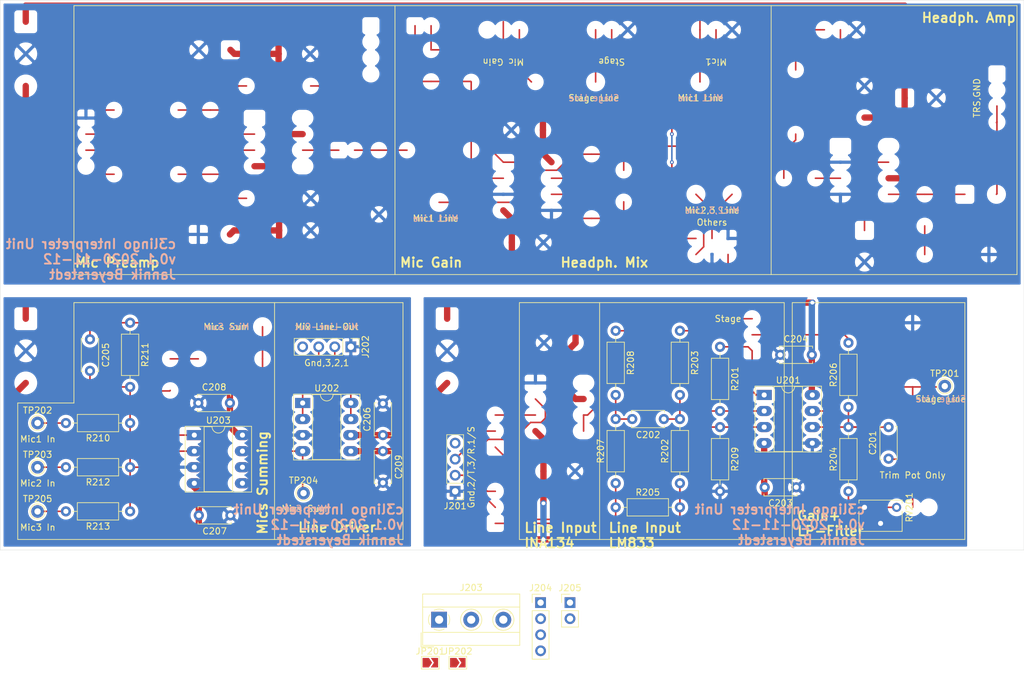
<source format=kicad_pcb>
(kicad_pcb (version 20171130) (host pcbnew "(5.1.10-1-10_14)")
  (title_block (title "c3lingo interpeter unit") (date 2020-12-07) (rev v0.2) (company "Jannik Beyerstedt") (comment 1 "Protoyping Modules Rev2"))
  (layers (0 F.Cu signal) (31 B.Cu signal) (34 B.Paste user) (35 F.Paste user) (36 B.SilkS user) (37 F.SilkS user) (38 B.Mask user) (39 F.Mask user) (44 Edge.Cuts user))
  (net 0 "")
  (net 1 -15V)
  (net 2 "Net-(C3-Pad2)")
  (net 3 "Net-(C3-Pad1)")
  (net 4 +15V)
  (net 5 "Net-(C6-Pad2)")
  (net 6 "Net-(C6-Pad1)")
  (net 7 "Net-(C7-Pad1)")
  (net 8 "Net-(C13-Pad1)")
  (net 9 Stage)
  (net 10 "Net-(J2-Pad3)")
  (net 11 "Net-(J2-Pad2)")
  (net 12 "Net-(JP1-Pad3)")
  (net 13 "Net-(JP2-Pad3)")
  (net 14 "Net-(JP3-Pad3)")
  (net 15 "Net-(R1-Pad1)")
  (net 16 "Net-(R10-Pad1)")
  (net 17 "Net-(R19-Pad1)")
  (net 18 "Net-(R26-Pad1)")
  (net 19 "Net-(C23-Pad1)")
  (net 20 "Net-(C24-Pad1)")
  (net 21 "Net-(C25-Pad2)")
  (net 22 "Net-(C26-Pad2)")
  (net 23 "Net-(R24-Pad2)")
  (net 24 "Net-(RV15-Pad6)")
  (net 25 "Net-(RV15-Pad3)")
  (net 26 "Net-(C7-Pad2)")
  (net 27 GND)
  (net 28 /StageSignal)
  (net 29 "Net-(C201-Pad2)")
  (net 30 "Net-(C202-Pad2)")
  (net 31 "Net-(C202-Pad1)")
  (net 32 "Net-(C205-Pad2)")
  (net 33 "Net-(C205-Pad1)")
  (net 34 "Net-(J201-Pad3)")
  (net 35 "Net-(J201-Pad2)")
  (net 36 GNDREF)
  (net 37 "Net-(J202-Pad2)")
  (net 38 "Net-(J202-Pad3)")
  (net 39 /Mix_Ch3)
  (net 40 /Mix_Ch2)
  (net 41 /Mix_Ch1)
  (net 42 "Net-(R201-Pad2)")
  (net 43 "Net-(R201-Pad1)")
  (net 44 "Net-(R204-Pad1)")
  (net 45 "Net-(R208-Pad1)")
  (module Jumper:SolderJumper-2_P1.3mm_Open_TrianglePad1.0x1.5mm (layer F.Cu) (at 87.415 119.83)
    (fp_text reference JP202 (at 0 -1.8) (layer F.SilkS))
    (fp_text value GND_JMP)
    (pad 1 smd custom (at -0.725 0) (size 0.3 0.3) (layers F.Cu F.Mask) (net 36 GNDREF) (options (clearance outline) (anchor rect)) (primitives (gr_poly (pts (xy -0.5 -0.75) (xy 0.5 -0.75) (xy 1 0) (xy 0.5 0.75) (xy -0.5 0.75)) (width 0))))
    (pad 2 smd custom (at 0.725 0) (size 0.3 0.3) (layers F.Cu F.Mask) (net 27 GND) (options (clearance outline) (anchor rect)) (primitives (gr_poly (pts (xy -0.65 -0.75) (xy 0.5 -0.75) (xy 0.5 0.75) (xy -0.65 0.75) (xy -0.15 0)) (width 0))))
  )
  (module Jumper:SolderJumper-2_P1.3mm_Open_TrianglePad1.0x1.5mm (layer F.Cu) (at 83.065 119.83)
    (fp_text reference JP201 (at 0 -1.8) (layer F.SilkS))
    (fp_text value GND_JMP)
    (pad 1 smd custom (at -0.725 0) (size 0.3 0.3) (layers F.Cu F.Mask) (net 36 GNDREF) (options (clearance outline) (anchor rect)) (primitives (gr_poly (pts (xy -0.5 -0.75) (xy 0.5 -0.75) (xy 1 0) (xy 0.5 0.75) (xy -0.5 0.75)) (width 0))))
    (pad 2 smd custom (at 0.725 0) (size 0.3 0.3) (layers F.Cu F.Mask) (net 27 GND) (options (clearance outline) (anchor rect)) (primitives (gr_poly (pts (xy -0.65 -0.75) (xy 0.5 -0.75) (xy 0.5 0.75) (xy -0.65 0.75) (xy -0.15 0)) (width 0))))
  )
  (module Connector_PinHeader_2.54mm:PinHeader_1x02_P2.54mm_Vertical (layer F.Cu) (at 105.165 110.33)
    (fp_text reference J205 (at 0 -2.33) (layer F.SilkS))
    (fp_text value Output)
    (pad 2 thru_hole oval (at 0 2.54) (size 1.7 1.7) (drill 1) (layers *.Cu *.Mask) (net 28 /StageSignal))
    (pad 1 thru_hole rect (at 0 0) (size 1.7 1.7) (drill 1) (layers *.Cu *.Mask) (net 27 GND))
  )
  (module Connector_PinHeader_2.54mm:PinHeader_1x04_P2.54mm_Vertical (layer F.Cu) (at 100.515 110.33)
    (fp_text reference J204 (at 0 -2.33) (layer F.SilkS))
    (fp_text value Inputs)
    (pad 4 thru_hole oval (at 0 7.62) (size 1.7 1.7) (drill 1) (layers *.Cu *.Mask) (net 39 /Mix_Ch3))
    (pad 3 thru_hole oval (at 0 5.08) (size 1.7 1.7) (drill 1) (layers *.Cu *.Mask) (net 40 /Mix_Ch2))
    (pad 2 thru_hole oval (at 0 2.54) (size 1.7 1.7) (drill 1) (layers *.Cu *.Mask) (net 41 /Mix_Ch1))
    (pad 1 thru_hole rect (at 0 0) (size 1.7 1.7) (drill 1) (layers *.Cu *.Mask) (net 27 GND))
  )
  (module TerminalBlock_MetzConnect:TerminalBlock_MetzConnect_Type101_RT01603HBWC_1x03_P5.08mm_Horizontal (layer F.Cu) (at 84.455 113.03)
    (fp_text reference J203 (at 5.08 -5.06) (layer F.SilkS))
    (fp_text value PowerSupply)
    (pad 3 thru_hole circle (at 10.16 0) (size 2.5 2.5) (drill 1.3) (layers *.Cu *.Mask) (net 1 -15V))
    (pad 2 thru_hole circle (at 5.08 0) (size 2.5 2.5) (drill 1.3) (layers *.Cu *.Mask) (net 4 +15V))
    (pad 1 thru_hole rect (at 0 0) (size 2.5 2.5) (drill 1.3) (layers *.Cu *.Mask) (net 27 GND))
  )
  (module Package_DIP:DIP-8_W7.62mm_Socket_LongPads (layer F.Cu) (at 45.72 83.82)
    (fp_text reference U203 (at 3.81 -2.33) (layer F.SilkS))
    (fp_text value LM833N)
    (pad 8 thru_hole oval (at 7.62 0) (size 2.4 1.6) (drill 0.8) (layers *.Cu *.Mask) (net 4 +15V))
    (pad 4 thru_hole oval (at 0 7.62) (size 2.4 1.6) (drill 0.8) (layers *.Cu *.Mask) (net 1 -15V))
    (pad 7 thru_hole oval (at 7.62 2.54) (size 2.4 1.6) (drill 0.8) (layers *.Cu *.Mask))
    (pad 3 thru_hole oval (at 0 5.08) (size 2.4 1.6) (drill 0.8) (layers *.Cu *.Mask) (net 27 GND))
    (pad 6 thru_hole oval (at 7.62 5.08) (size 2.4 1.6) (drill 0.8) (layers *.Cu *.Mask))
    (pad 2 thru_hole oval (at 0 2.54) (size 2.4 1.6) (drill 0.8) (layers *.Cu *.Mask) (net 32 "Net-(C205-Pad2)"))
    (pad 5 thru_hole oval (at 7.62 7.62) (size 2.4 1.6) (drill 0.8) (layers *.Cu *.Mask))
    (pad 1 thru_hole rect (at 0 0) (size 2.4 1.6) (drill 0.8) (layers *.Cu *.Mask) (net 33 "Net-(C205-Pad1)"))
  )
  (module Potentiometer_THT:Potentiometer_Vishay_T73XX_Horizontal (layer F.Cu) (at 156.845 95.25 270)
    (fp_text reference RV201 (at 0 -2.01 90) (layer F.SilkS))
    (fp_text value 100K)
    (pad 1 thru_hole circle (at 0 0 270) (size 1.44 1.44) (drill 0.8) (layers *.Cu *.Mask) (net 44 "Net-(R204-Pad1)"))
    (pad 2 thru_hole circle (at 2.54 2.54 270) (size 1.44 1.44) (drill 0.8) (layers *.Cu *.Mask) (net 28 /StageSignal))
    (pad 3 thru_hole circle (at 0 5.08 270) (size 1.44 1.44) (drill 0.8) (layers *.Cu *.Mask))
  )
  (module Resistor_THT:R_Axial_DIN0207_L6.3mm_D2.5mm_P10.16mm_Horizontal (layer F.Cu) (at 112.395 91.44 90)
    (fp_text reference R207 (at 5.08 -2.37 90) (layer F.SilkS))
    (fp_text value 10K)
    (pad 2 thru_hole oval (at 10.16 0 90) (size 1.6 1.6) (drill 0.8) (layers *.Cu *.Mask) (net 30 "Net-(C202-Pad2)"))
    (pad 1 thru_hole circle (at 0 0 90) (size 1.6 1.6) (drill 0.8) (layers *.Cu *.Mask) (net 34 "Net-(J201-Pad3)"))
  )
  (module Resistor_THT:R_Axial_DIN0207_L6.3mm_D2.5mm_P10.16mm_Horizontal (layer F.Cu) (at 112.395 95.25)
    (fp_text reference R205 (at 5.08 -2.37) (layer F.SilkS))
    (fp_text value 3.3K)
    (pad 2 thru_hole oval (at 10.16 0) (size 1.6 1.6) (drill 0.8) (layers *.Cu *.Mask) (net 35 "Net-(J201-Pad2)"))
    (pad 1 thru_hole circle (at 0 0) (size 1.6 1.6) (drill 0.8) (layers *.Cu *.Mask) (net 34 "Net-(J201-Pad3)"))
  )
  (module Resistor_THT:R_Axial_DIN0207_L6.3mm_D2.5mm_P10.16mm_Horizontal (layer F.Cu) (at 122.555 91.44 90)
    (fp_text reference R202 (at 5.08 -2.37 90) (layer F.SilkS))
    (fp_text value 10K)
    (pad 2 thru_hole oval (at 10.16 0 90) (size 1.6 1.6) (drill 0.8) (layers *.Cu *.Mask) (net 31 "Net-(C202-Pad1)"))
    (pad 1 thru_hole circle (at 0 0 90) (size 1.6 1.6) (drill 0.8) (layers *.Cu *.Mask) (net 35 "Net-(J201-Pad2)"))
  )
  (module Capacitor_THT:C_Disc_D5.0mm_W2.5mm_P5.00mm (layer F.Cu) (at 120.015 81.28 180)
    (fp_text reference C202 (at 2.5 -2.5) (layer F.SilkS))
    (fp_text value 220pF)
    (pad 2 thru_hole circle (at 5 0 180) (size 1.6 1.6) (drill 0.8) (layers *.Cu *.Mask) (net 30 "Net-(C202-Pad2)"))
    (pad 1 thru_hole circle (at 0 0 180) (size 1.6 1.6) (drill 0.8) (layers *.Cu *.Mask) (net 31 "Net-(C202-Pad1)"))
  )
  (module TestPoint:TestPoint_THTPad_D2.0mm_Drill1.0mm (layer F.Cu) (at 20.92 95.905)
    (fp_text reference TP205 (at 0 -1.998) (layer F.SilkS))
    (fp_text value Mic3)
    (pad 1 thru_hole circle (at 0 0) (size 2 2) (drill 1) (layers *.Cu *.Mask) (net 39 /Mix_Ch3))
  )
  (module TestPoint:TestPoint_THTPad_D2.0mm_Drill1.0mm (layer F.Cu) (at 20.92 88.905)
    (fp_text reference TP203 (at 0 -1.998) (layer F.SilkS))
    (fp_text value Mic2)
    (pad 1 thru_hole circle (at 0 0) (size 2 2) (drill 1) (layers *.Cu *.Mask) (net 40 /Mix_Ch2))
  )
  (module TestPoint:TestPoint_THTPad_D2.0mm_Drill1.0mm (layer F.Cu) (at 20.92 81.905)
    (fp_text reference TP202 (at 0 -1.998) (layer F.SilkS))
    (fp_text value Mic1)
    (pad 1 thru_hole circle (at 0 0) (size 2 2) (drill 1) (layers *.Cu *.Mask) (net 41 /Mix_Ch1))
  )
  (module TestPoint:TestPoint_THTPad_D2.0mm_Drill1.0mm (layer F.Cu) (at 164.465 76.07)
    (fp_text reference TP201 (at 0 -1.998) (layer F.SilkS))
    (fp_text value Stage)
    (pad 1 thru_hole circle (at 0 0) (size 2 2) (drill 1) (layers *.Cu *.Mask) (net 28 /StageSignal))
  )
  (module TestPoint:TestPoint_THTPad_D2.0mm_Drill1.0mm (layer F.Cu) (at 63 93)
    (fp_text reference TP204 (at 0 -1.998) (layer F.SilkS))
    (fp_text value MicSum)
    (pad 1 thru_hole circle (at 0 0) (size 2 2) (drill 1) (layers *.Cu *.Mask) (net 33 "Net-(C205-Pad1)"))
  )
  (module Capacitor_THT:C_Disc_D5.0mm_W2.5mm_P5.00mm (layer F.Cu) (at 29.21 68.66 270)
    (fp_text reference C205 (at 2.5 -2.5 90) (layer F.SilkS))
    (fp_text value 22pF)
    (pad 2 thru_hole circle (at 5 0 270) (size 1.6 1.6) (drill 0.8) (layers *.Cu *.Mask) (net 32 "Net-(C205-Pad2)"))
    (pad 1 thru_hole circle (at 0 0 270) (size 1.6 1.6) (drill 0.8) (layers *.Cu *.Mask) (net 33 "Net-(C205-Pad1)"))
  )
  (module Capacitor_THT:C_Disc_D5.0mm_W2.5mm_P5.00mm (layer F.Cu) (at 51.435 96.52 180)
    (fp_text reference C207 (at 2.5 -2.5) (layer F.SilkS))
    (fp_text value 100nF)
    (pad 2 thru_hole circle (at 5 0 180) (size 1.6 1.6) (drill 0.8) (layers *.Cu *.Mask) (net 1 -15V))
    (pad 1 thru_hole circle (at 0 0 180) (size 1.6 1.6) (drill 0.8) (layers *.Cu *.Mask) (net 27 GND))
  )
  (module Capacitor_THT:C_Disc_D5.0mm_W2.5mm_P5.00mm (layer F.Cu) (at 46.355 78.74)
    (fp_text reference C208 (at 2.5 -2.5) (layer F.SilkS))
    (fp_text value 100nF)
    (pad 2 thru_hole circle (at 5 0) (size 1.6 1.6) (drill 0.8) (layers *.Cu *.Mask) (net 4 +15V))
    (pad 1 thru_hole circle (at 0 0) (size 1.6 1.6) (drill 0.8) (layers *.Cu *.Mask) (net 27 GND))
  )
  (module Capacitor_THT:C_Disc_D5.0mm_W2.5mm_P5.00mm (layer F.Cu) (at 155.575 87.55 90)
    (fp_text reference C201 (at 2.5 -2.5 90) (layer F.SilkS))
    (fp_text value 47pF)
    (pad 1 thru_hole circle (at 0 0 90) (size 1.6 1.6) (drill 0.8) (layers *.Cu *.Mask) (net 28 /StageSignal))
    (pad 2 thru_hole circle (at 5 0 90) (size 1.6 1.6) (drill 0.8) (layers *.Cu *.Mask) (net 29 "Net-(C201-Pad2)"))
  )
  (module Capacitor_THT:C_Disc_D5.0mm_W2.5mm_P5.00mm (layer F.Cu) (at 140.97 92.075 180)
    (fp_text reference C203 (at 2.5 -2.5) (layer F.SilkS))
    (fp_text value 100nF)
    (pad 2 thru_hole circle (at 5 0 180) (size 1.6 1.6) (drill 0.8) (layers *.Cu *.Mask) (net 1 -15V))
    (pad 1 thru_hole circle (at 0 0 180) (size 1.6 1.6) (drill 0.8) (layers *.Cu *.Mask) (net 27 GND))
  )
  (module Capacitor_THT:C_Disc_D5.0mm_W2.5mm_P5.00mm (layer F.Cu) (at 138.43 71.12)
    (fp_text reference C204 (at 2.5 -2.5) (layer F.SilkS))
    (fp_text value 100nF)
    (pad 1 thru_hole circle (at 0 0) (size 1.6 1.6) (drill 0.8) (layers *.Cu *.Mask) (net 27 GND))
    (pad 2 thru_hole circle (at 5 0) (size 1.6 1.6) (drill 0.8) (layers *.Cu *.Mask) (net 4 +15V))
  )
  (module Capacitor_THT:C_Disc_D5.0mm_W2.5mm_P5.00mm (layer F.Cu) (at 75.565 83.82 90)
    (fp_text reference C206 (at 2.5 -2.5 90) (layer F.SilkS))
    (fp_text value 1uF)
    (pad 1 thru_hole circle (at 0 0 90) (size 1.6 1.6) (drill 0.8) (layers *.Cu *.Mask) (net 4 +15V))
    (pad 2 thru_hole circle (at 5 0 90) (size 1.6 1.6) (drill 0.8) (layers *.Cu *.Mask) (net 27 GND))
  )
  (module Capacitor_THT:C_Disc_D5.0mm_W2.5mm_P5.00mm (layer F.Cu) (at 75.565 86.36 270)
    (fp_text reference C209 (at 2.5 -2.5 90) (layer F.SilkS))
    (fp_text value 1uF)
    (pad 2 thru_hole circle (at 5 0 270) (size 1.6 1.6) (drill 0.8) (layers *.Cu *.Mask) (net 27 GND))
    (pad 1 thru_hole circle (at 0 0 270) (size 1.6 1.6) (drill 0.8) (layers *.Cu *.Mask) (net 1 -15V))
  )
  (module Resistor_THT:R_Axial_DIN0207_L6.3mm_D2.5mm_P10.16mm_Horizontal (layer F.Cu) (at 35.56 81.915 180)
    (fp_text reference R210 (at 5.08 -2.37) (layer F.SilkS))
    (fp_text value 22K)
    (pad 2 thru_hole oval (at 10.16 0 180) (size 1.6 1.6) (drill 0.8) (layers *.Cu *.Mask) (net 41 /Mix_Ch1))
    (pad 1 thru_hole circle (at 0 0 180) (size 1.6 1.6) (drill 0.8) (layers *.Cu *.Mask) (net 32 "Net-(C205-Pad2)"))
  )
  (module Resistor_THT:R_Axial_DIN0207_L6.3mm_D2.5mm_P10.16mm_Horizontal (layer F.Cu) (at 35.56 66.04 270)
    (fp_text reference R211 (at 5.08 -2.37 90) (layer F.SilkS))
    (fp_text value 22K)
    (pad 1 thru_hole circle (at 0 0 270) (size 1.6 1.6) (drill 0.8) (layers *.Cu *.Mask) (net 33 "Net-(C205-Pad1)"))
    (pad 2 thru_hole oval (at 10.16 0 270) (size 1.6 1.6) (drill 0.8) (layers *.Cu *.Mask) (net 32 "Net-(C205-Pad2)"))
  )
  (module Resistor_THT:R_Axial_DIN0207_L6.3mm_D2.5mm_P10.16mm_Horizontal (layer F.Cu) (at 35.56 88.9 180)
    (fp_text reference R212 (at 5.08 -2.37) (layer F.SilkS))
    (fp_text value 22K)
    (pad 2 thru_hole oval (at 10.16 0 180) (size 1.6 1.6) (drill 0.8) (layers *.Cu *.Mask) (net 40 /Mix_Ch2))
    (pad 1 thru_hole circle (at 0 0 180) (size 1.6 1.6) (drill 0.8) (layers *.Cu *.Mask) (net 32 "Net-(C205-Pad2)"))
  )
  (module Resistor_THT:R_Axial_DIN0207_L6.3mm_D2.5mm_P10.16mm_Horizontal (layer F.Cu) (at 35.56 95.885 180)
    (fp_text reference R213 (at 5.08 -2.37) (layer F.SilkS))
    (fp_text value 22K)
    (pad 2 thru_hole oval (at 10.16 0 180) (size 1.6 1.6) (drill 0.8) (layers *.Cu *.Mask) (net 39 /Mix_Ch3))
    (pad 1 thru_hole circle (at 0 0 180) (size 1.6 1.6) (drill 0.8) (layers *.Cu *.Mask) (net 32 "Net-(C205-Pad2)"))
  )
  (module Resistor_THT:R_Axial_DIN0207_L6.3mm_D2.5mm_P10.16mm_Horizontal (layer F.Cu) (at 128.905 69.85 270)
    (fp_text reference R201 (at 5.08 -2.37 90) (layer F.SilkS))
    (fp_text value 10K)
    (pad 2 thru_hole oval (at 10.16 0 270) (size 1.6 1.6) (drill 0.8) (layers *.Cu *.Mask) (net 42 "Net-(R201-Pad2)"))
    (pad 1 thru_hole circle (at 0 0 270) (size 1.6 1.6) (drill 0.8) (layers *.Cu *.Mask) (net 43 "Net-(R201-Pad1)"))
  )
  (module Resistor_THT:R_Axial_DIN0207_L6.3mm_D2.5mm_P10.16mm_Horizontal (layer F.Cu) (at 122.555 67.31 270)
    (fp_text reference R203 (at 5.08 -2.37 90) (layer F.SilkS))
    (fp_text value 10K)
    (pad 2 thru_hole oval (at 10.16 0 270) (size 1.6 1.6) (drill 0.8) (layers *.Cu *.Mask) (net 31 "Net-(C202-Pad1)"))
    (pad 1 thru_hole circle (at 0 0 270) (size 1.6 1.6) (drill 0.8) (layers *.Cu *.Mask) (net 42 "Net-(R201-Pad2)"))
  )
  (module Resistor_THT:R_Axial_DIN0207_L6.3mm_D2.5mm_P10.16mm_Horizontal (layer F.Cu) (at 149.225 92.71 90)
    (fp_text reference R204 (at 5.08 -2.37 90) (layer F.SilkS))
    (fp_text value 22K)
    (pad 2 thru_hole oval (at 10.16 0 90) (size 1.6 1.6) (drill 0.8) (layers *.Cu *.Mask) (net 29 "Net-(C201-Pad2)"))
    (pad 1 thru_hole circle (at 0 0 90) (size 1.6 1.6) (drill 0.8) (layers *.Cu *.Mask) (net 44 "Net-(R204-Pad1)"))
  )
  (module Resistor_THT:R_Axial_DIN0207_L6.3mm_D2.5mm_P10.16mm_Horizontal (layer F.Cu) (at 149.225 79.375 90)
    (fp_text reference R206 (at 5.08 -2.37 90) (layer F.SilkS))
    (fp_text value 47K)
    (pad 1 thru_hole circle (at 0 0 90) (size 1.6 1.6) (drill 0.8) (layers *.Cu *.Mask) (net 29 "Net-(C201-Pad2)"))
    (pad 2 thru_hole oval (at 10.16 0 90) (size 1.6 1.6) (drill 0.8) (layers *.Cu *.Mask) (net 43 "Net-(R201-Pad1)"))
  )
  (module Resistor_THT:R_Axial_DIN0207_L6.3mm_D2.5mm_P10.16mm_Horizontal (layer F.Cu) (at 112.395 67.31 270)
    (fp_text reference R208 (at 5.08 -2.37 90) (layer F.SilkS))
    (fp_text value 10K)
    (pad 1 thru_hole circle (at 0 0 270) (size 1.6 1.6) (drill 0.8) (layers *.Cu *.Mask) (net 45 "Net-(R208-Pad1)"))
    (pad 2 thru_hole oval (at 10.16 0 270) (size 1.6 1.6) (drill 0.8) (layers *.Cu *.Mask) (net 30 "Net-(C202-Pad2)"))
  )
  (module Resistor_THT:R_Axial_DIN0207_L6.3mm_D2.5mm_P10.16mm_Horizontal (layer F.Cu) (at 128.905 82.55 270)
    (fp_text reference R209 (at 5.08 -2.37 90) (layer F.SilkS))
    (fp_text value 10K)
    (pad 1 thru_hole circle (at 0 0 270) (size 1.6 1.6) (drill 0.8) (layers *.Cu *.Mask) (net 45 "Net-(R208-Pad1)"))
    (pad 2 thru_hole oval (at 10.16 0 270) (size 1.6 1.6) (drill 0.8) (layers *.Cu *.Mask) (net 27 GND))
  )
  (module Package_DIP:DIP-8_W7.62mm_Socket_LongPads (layer F.Cu) (at 135.89 77.47)
    (fp_text reference U201 (at 3.81 -2.33) (layer F.SilkS))
    (fp_text value LM833N)
    (pad 8 thru_hole oval (at 7.62 0) (size 2.4 1.6) (drill 0.8) (layers *.Cu *.Mask) (net 4 +15V))
    (pad 4 thru_hole oval (at 0 7.62) (size 2.4 1.6) (drill 0.8) (layers *.Cu *.Mask) (net 1 -15V))
    (pad 7 thru_hole oval (at 7.62 2.54) (size 2.4 1.6) (drill 0.8) (layers *.Cu *.Mask) (net 28 /StageSignal))
    (pad 3 thru_hole oval (at 0 5.08) (size 2.4 1.6) (drill 0.8) (layers *.Cu *.Mask) (net 45 "Net-(R208-Pad1)"))
    (pad 6 thru_hole oval (at 7.62 5.08) (size 2.4 1.6) (drill 0.8) (layers *.Cu *.Mask) (net 29 "Net-(C201-Pad2)"))
    (pad 2 thru_hole oval (at 0 2.54) (size 2.4 1.6) (drill 0.8) (layers *.Cu *.Mask) (net 42 "Net-(R201-Pad2)"))
    (pad 5 thru_hole oval (at 7.62 7.62) (size 2.4 1.6) (drill 0.8) (layers *.Cu *.Mask) (net 27 GND))
    (pad 1 thru_hole rect (at 0 0) (size 2.4 1.6) (drill 0.8) (layers *.Cu *.Mask) (net 43 "Net-(R201-Pad1)"))
  )
  (module Package_DIP:DIP-8_W7.62mm_Socket_LongPads (layer F.Cu) (at 62.865 78.74)
    (fp_text reference U202 (at 3.81 -2.33) (layer F.SilkS))
    (fp_text value DRV134PA)
    (pad 1 thru_hole rect (at 0 0) (size 2.4 1.6) (drill 0.8) (layers *.Cu *.Mask) (net 38 "Net-(J202-Pad3)"))
    (pad 5 thru_hole oval (at 7.62 7.62) (size 2.4 1.6) (drill 0.8) (layers *.Cu *.Mask) (net 1 -15V))
    (pad 2 thru_hole oval (at 0 2.54) (size 2.4 1.6) (drill 0.8) (layers *.Cu *.Mask) (net 38 "Net-(J202-Pad3)"))
    (pad 6 thru_hole oval (at 7.62 5.08) (size 2.4 1.6) (drill 0.8) (layers *.Cu *.Mask) (net 4 +15V))
    (pad 3 thru_hole oval (at 0 5.08) (size 2.4 1.6) (drill 0.8) (layers *.Cu *.Mask) (net 27 GND))
    (pad 7 thru_hole oval (at 7.62 2.54) (size 2.4 1.6) (drill 0.8) (layers *.Cu *.Mask) (net 37 "Net-(J202-Pad2)"))
    (pad 4 thru_hole oval (at 0 7.62) (size 2.4 1.6) (drill 0.8) (layers *.Cu *.Mask) (net 33 "Net-(C205-Pad1)"))
    (pad 8 thru_hole oval (at 7.62 0) (size 2.4 1.6) (drill 0.8) (layers *.Cu *.Mask) (net 37 "Net-(J202-Pad2)"))
  )
  (module Connector_PinHeader_2.54mm:PinHeader_1x04_P2.54mm_Vertical (layer F.Cu) (at 70.485 69.85 270)
    (fp_text reference J202 (at 0 -2.33 90) (layer F.SilkS))
    (fp_text value "Mix Line-Out")
    (pad 1 thru_hole rect (at 0 0 270) (size 1.7 1.7) (drill 1) (layers *.Cu *.Mask) (net 27 GND))
    (pad 2 thru_hole oval (at 0 2.54 270) (size 1.7 1.7) (drill 1) (layers *.Cu *.Mask) (net 37 "Net-(J202-Pad2)"))
    (pad 3 thru_hole oval (at 0 5.08 270) (size 1.7 1.7) (drill 1) (layers *.Cu *.Mask) (net 38 "Net-(J202-Pad3)"))
    (pad 4 thru_hole oval (at 0 7.62 270) (size 1.7 1.7) (drill 1) (layers *.Cu *.Mask))
  )
  (module Connector_PinHeader_2.54mm:PinHeader_1x04_P2.54mm_Vertical (layer F.Cu) (at 86.995 92.71 180)
    (fp_text reference J201 (at 0 -2.33) (layer F.SilkS))
    (fp_text value "Stage Line-In")
    (pad 4 thru_hole oval (at 0 7.62 180) (size 1.7 1.7) (drill 1) (layers *.Cu *.Mask))
    (pad 3 thru_hole oval (at 0 5.08 180) (size 1.7 1.7) (drill 1) (layers *.Cu *.Mask) (net 34 "Net-(J201-Pad3)"))
    (pad 2 thru_hole oval (at 0 2.54 180) (size 1.7 1.7) (drill 1) (layers *.Cu *.Mask) (net 35 "Net-(J201-Pad2)"))
    (pad 1 thru_hole rect (at 0 0 180) (size 1.7 1.7) (drill 1) (layers *.Cu *.Mask) (net 36 GNDREF))
  )
  (gr_line (start 167.64 62.865) (end 167.64 100.33) (layer F.SilkS) (width 0.12))
  (gr_line (start 78.74 100.33) (end 78.74 62.865) (layer F.SilkS) (width 0.12))
  (gr_line (start 17.78 100.33) (end 78.74 100.33) (layer F.SilkS) (width 0.12))
  (gr_text "c3lingo Interpreter Unit\nv0.1 2020-11-12\nJannik Beyerstedt" (at 152 98) (layer B.SilkS) (effects (font (size 1.5 1.5) (thickness 0.3)) (justify left mirror)))
  (gr_text "c3lingo Interpreter Unit\nv0.1 2020-11-12\nJannik Beyerstedt" (at 79 98) (layer B.SilkS) (effects (font (size 1.5 1.5) (thickness 0.3)) (justify left mirror)))
  (gr_text "Stage Line" (at 163.83 78.105) (layer B.SilkS) (effects (font (size 1 1)) (justify mirror)))
  (gr_line (start 140.335 100.33) (end 167.64 100.33) (layer F.SilkS) (width 0.12))
  (gr_line (start 140.335 62.865) (end 167.64 62.865) (layer F.SilkS) (width 0.12))
  (gr_line (start 140.335 100.33) (end 140.335 62.865) (layer F.SilkS) (width 0.12))
  (gr_line (start 139.065 100.33) (end 109.855 100.33) (layer F.SilkS) (width 0.12))
  (gr_line (start 139.065 62.865) (end 139.065 100.33) (layer F.SilkS) (width 0.12))
  (gr_line (start 109.855 62.865) (end 139.065 62.865) (layer F.SilkS) (width 0.12))
  (gr_text "Line Input\nLM833" (at 111.125 99.695) (layer F.SilkS) (effects (font (size 1.5 1.5) (thickness 0.3)) (justify left)))
  (gr_line (start 109.855 100.33) (end 97.155 100.33) (layer F.SilkS) (width 0.12))
  (gr_line (start 109.855 62.865) (end 109.855 100.33) (layer F.SilkS) (width 0.12))
  (gr_line (start 97.155 62.865) (end 109.855 62.865) (layer F.SilkS) (width 0.12))
  (gr_line (start 97.155 100.33) (end 97.155 62.865) (layer F.SilkS) (width 0.12))
  (gr_text Gnd,2/T,3/R,1/S (at 89.535 88.9 90) (layer F.SilkS) (effects (font (size 1 1))))
  (gr_text Gnd,3,2,1 (at 66.675 72.39) (layer F.SilkS) (effects (font (size 1 1))))
  (gr_text "Mix Line-Out" (at 66.675 66.675) (layer F.SilkS) (effects (font (size 1 1))))
  (gr_text "Mix Line-Out" (at 66.675 66.675) (layer B.SilkS) (effects (font (size 1 1)) (justify mirror)))
  (gr_line (start 26.67 78.74) (end 26.67 62.865) (layer F.SilkS) (width 0.12))
  (gr_line (start 17.78 78.74) (end 26.67 78.74) (layer F.SilkS) (width 0.12))
  (gr_line (start 17.78 100.33) (end 17.78 78.74) (layer F.SilkS) (width 0.12))
  (gr_line (start 58.42 62.865) (end 58.42 100.33) (layer F.SilkS) (width 0.12))
  (gr_line (start 26.67 62.865) (end 78.74 62.865) (layer F.SilkS) (width 0.12))
  (gr_line (start 15 102) (end 15 15) (layer Edge.Cuts) (width 0.05))
  (gr_line (start 177 102) (end 15 102) (layer Edge.Cuts) (width 0.05))
  (gr_line (start 177 15) (end 177 102) (layer Edge.Cuts) (width 0.05))
  (gr_line (start 15 15) (end 177 15) (layer Edge.Cuts) (width 0.05))
  (gr_text "Headph. Amp" (at 160.655 17.78) (layer F.SilkS) (effects (font (size 1.5 1.5) (thickness 0.3)) (justify left)))
  (gr_line (start 175.895 58.42) (end 175.895 15.875) (layer F.SilkS) (width 0.12))
  (gr_text TRS,GND (at 169.545 30.48 90) (layer F.SilkS) (effects (font (size 1 1))))
  (gr_text "Mic2,3 Line" (at 132.08 48.26) (layer B.SilkS) (effects (font (size 1 1)) (justify left mirror)))
  (gr_text "Mic2,3 Line" (at 132.08 48.26) (layer F.SilkS) (effects (font (size 1 1)) (justify right)))
  (gr_text "Mic1 Line" (at 129.54 30.48) (layer B.SilkS) (effects (font (size 1 1)) (justify left mirror)))
  (gr_text "Mic1 Line" (at 129.54 30.48) (layer F.SilkS) (effects (font (size 1 1)) (justify right)))
  (gr_text "Stage Line" (at 113.03 30.48) (layer B.SilkS) (effects (font (size 1 1)) (justify left mirror)))
  (gr_text "Stage Line" (at 113.03 30.48) (layer F.SilkS) (effects (font (size 1 1)) (justify right)))
  (gr_text Others (at 127.635 50.165) (layer F.SilkS) (effects (font (size 1 1))))
  (gr_text Mic1 (at 128.27 24.765 180) (layer F.SilkS) (effects (font (size 1 1))))
  (gr_text "Headph. Mix" (at 103.505 56.515) (layer F.SilkS) (effects (font (size 1.5 1.5) (thickness 0.3)) (justify left)))
  (gr_line (start 175.895 58.42) (end 26.67 58.42) (layer F.SilkS) (width 0.12))
  (gr_line (start 77.47 15.875) (end 77.47 58.42) (layer F.SilkS) (width 0.12))
  (gr_line (start 26.67 15.875) (end 175.895 15.875) (layer F.SilkS) (width 0.12))
  (gr_text "Line Driver" (at 62 98.425) (layer F.SilkS) (effects (font (size 1.5 1.5) (thickness 0.3)) (justify left)))
  (gr_text "Mic3 In" (at 20.955 98.425) (layer F.SilkS) (effects (font (size 1 1))))
  (gr_text "Mic2 In" (at 20.955 91.44) (layer F.SilkS) (effects (font (size 1 1))))
  (gr_text "Mic1 In" (at 20.955 84.455) (layer F.SilkS) (effects (font (size 1 1))))
  (gr_text Stage (at 130.175 65.405) (layer F.SilkS) (effects (font (size 1 1))))
  (gr_text "Gain+\nLP-Filter" (at 140.97 97.79) (layer F.SilkS) (effects (font (size 1.5 1.5) (thickness 0.3)) (justify left)))
  (gr_text "Trim Pot Only" (at 159.385 90.17) (layer F.SilkS) (effects (font (size 1 1))))
  (gr_text "Stage Line" (at 163.83 78.105) (layer F.SilkS) (effects (font (size 1 1))))
  (gr_text "Mics Sum" (at 63.155 95.47) (layer B.SilkS) (effects (font (size 1 1)) (justify mirror)))
  (gr_text "Mics Sum" (at 63.155 95.47) (layer F.SilkS) (effects (font (size 1 1))))
  (gr_text "Mics Sum" (at 50.8 66.675) (layer B.SilkS) (effects (font (size 1 1)) (justify mirror)))
  (gr_text "Mics Sum" (at 50.8 66.675) (layer F.SilkS) (effects (font (size 1 1))))
  (gr_text "Mic1 Line" (at 87.63 49.53) (layer F.SilkS) (effects (font (size 1 1)) (justify right)))
  (gr_text "Mic1 Line" (at 87.63 49.53) (layer B.SilkS) (effects (font (size 1 1)) (justify left mirror)))
  (gr_line (start 137 15.875) (end 137 58.42) (layer F.SilkS) (width 0.12))
  (gr_text "Mic Gain" (at 94.615 24.765 180) (layer F.SilkS) (effects (font (size 1 1))))
  (gr_text Stage (at 111.76 24.765 180) (layer F.SilkS) (effects (font (size 1 1))))
  (gr_line (start 26.67 15.875) (end 26.67 58.42) (layer F.SilkS) (width 0.12))
  (gr_text "Mic Gain" (at 78.105 56.515) (layer F.SilkS) (effects (font (size 1.5 1.5) (thickness 0.3)) (justify left)))
  (gr_text "Line Input\nINA134" (at 97.79 99.695) (layer F.SilkS) (effects (font (size 1.5 1.5) (thickness 0.3)) (justify left)))
  (gr_text "c3lingo Interpreter Unit\nv0.1 2020-11-12\nJannik Beyerstedt" (at 43 56) (layer B.SilkS) (effects (font (size 1.5 1.5) (thickness 0.3)) (justify left mirror)))
  (gr_text "Mics Summing" (at 56.515 99.695 90) (layer F.SilkS) (effects (font (size 1.5 1.5) (thickness 0.3)) (justify left)))
  (gr_text "Mic Preamp" (at 26.67 56.515) (layer F.SilkS) (effects (font (size 1.5 1.5) (thickness 0.3)) (justify left)))
  (segment (start 172.64 34.37) (end 172.72 34.29) (width 0.25) (layer F.Cu) (net 0))
  (segment (start 172.72 31.75) (end 172.72 34.29) (width 0.25) (layer F.Cu) (net 0))
  (segment (start 172.72 45.64) (end 172.64 45.72) (width 0.25) (layer F.Cu) (net 0))
  (segment (start 172.72 34.29) (end 172.72 45.64) (width 0.25) (layer F.Cu) (net 0))
  (segment (start 135.89 91.995) (end 135.97 92.075) (width 1) (layer F.Cu) (net 1))
  (segment (start 135.89 85.09) (end 135.89 91.995) (width 1) (layer F.Cu) (net 1))
  (segment (start 58.42 41.275) (end 59.135 41.99) (width 1) (layer F.Cu) (net 1))
  (segment (start 59.135 41.99) (end 59.135 51.435) (width 1) (layer F.Cu) (net 1))
  (segment (start 55.245 41.275) (end 58.42 41.275) (width 1) (layer F.Cu) (net 1))
  (segment (start 51.99 51.435) (end 51.355 52.07) (width 1) (layer F.Cu) (net 1))
  (segment (start 59.135 51.435) (end 51.99 51.435) (width 1) (layer F.Cu) (net 1))
  (segment (start 19.05 28.575) (end 19.05 58.42) (width 1) (layer F.Cu) (net 1))
  (segment (start 59.135 51.435) (end 59.135 58.34) (width 1) (layer F.Cu) (net 1))
  (segment (start 59.135 58.34) (end 59.055 58.42) (width 1) (layer F.Cu) (net 1))
  (segment (start 19.05 58.42) (end 59.055 58.42) (width 1) (layer F.Cu) (net 1))
  (segment (start 95.965 49.61) (end 94.615 48.26) (width 1) (layer F.Cu) (net 1))
  (segment (start 95.965 53.34) (end 95.965 49.61) (width 1) (layer F.Cu) (net 1))
  (segment (start 95.965 58.34) (end 95.885 58.42) (width 1) (layer F.Cu) (net 1))
  (segment (start 95.965 53.34) (end 95.965 58.34) (width 1) (layer F.Cu) (net 1))
  (segment (start 59.055 58.42) (end 95.885 58.42) (width 1) (layer F.Cu) (net 1))
  (segment (start 19.05 75.565) (end 16.51 78.105) (width 1) (layer F.Cu) (net 1))
  (segment (start 16.51 78.105) (end 16.51 99.695) (width 1) (layer F.Cu) (net 1))
  (segment (start 16.51 99.695) (end 17.145 100.33) (width 1) (layer F.Cu) (net 1))
  (segment (start 46.435 92.79) (end 45.085 91.44) (width 1) (layer F.Cu) (net 1))
  (segment (start 46.435 96.52) (end 46.435 92.79) (width 1) (layer F.Cu) (net 1))
  (segment (start 46.435 96.52) (end 46.435 100.25) (width 1) (layer F.Cu) (net 1))
  (segment (start 46.355 100.33) (end 46.435 100.25) (width 1) (layer F.Cu) (net 1))
  (segment (start 17.145 100.33) (end 46.355 100.33) (width 1) (layer F.Cu) (net 1))
  (segment (start 70.485 86.36) (end 75.565 86.36) (width 1) (layer F.Cu) (net 1))
  (segment (start 78.105 86.995) (end 77.47 86.36) (width 1) (layer F.Cu) (net 1))
  (segment (start 77.47 86.36) (end 75.565 86.36) (width 1) (layer F.Cu) (net 1))
  (segment (start 78.105 100.33) (end 78.105 86.995) (width 1) (layer F.Cu) (net 1))
  (segment (start 46.355 100.33) (end 78.105 100.33) (width 1) (layer F.Cu) (net 1))
  (segment (start 85.725 75.565) (end 83.82 77.47) (width 1) (layer F.Cu) (net 1))
  (segment (start 83.82 77.47) (end 83.82 100.33) (width 1) (layer F.Cu) (net 1))
  (segment (start 100.965 84.455) (end 99.695 83.185) (width 1) (layer F.Cu) (net 1))
  (segment (start 100.965 89.535) (end 100.965 84.455) (width 1) (layer F.Cu) (net 1))
  (segment (start 100.33 100.33) (end 100.965 100.33) (width 1) (layer F.Cu) (net 1))
  (segment (start 83.82 100.33) (end 100.33 100.33) (width 1) (layer F.Cu) (net 1))
  (segment (start 100.965 89.535) (end 100.965 94.615) (width 1) (layer F.Cu) (net 1))
  (segment (start 100.965 94.615) (end 100.965 94.615) (width 1) (layer F.Cu) (net 1))
  (via (at 100.965 94.615) (size 0.8) (drill 0.6) (layers F.Cu B.Cu) (net 1))
  (segment (start 100.965 100.33) (end 131.445 100.33) (width 1) (layer F.Cu) (net 1))
  (via (at 100.965 100.33) (size 0.8) (drill 0.6) (layers F.Cu B.Cu) (net 1))
  (segment (start 100.965 94.615) (end 100.965 100.33) (width 1) (layer B.Cu) (net 1))
  (segment (start 135.97 92.075) (end 135.97 100.25) (width 1) (layer F.Cu) (net 1))
  (segment (start 135.89 100.33) (end 131.445 100.33) (width 1) (layer F.Cu) (net 1))
  (segment (start 135.97 100.25) (end 135.89 100.33) (width 1) (layer F.Cu) (net 1))
  (segment (start 108.585 49.53) (end 106.68 49.53) (width 0.25) (layer F.Cu) (net 2))
  (segment (start 106.68 49.53) (end 106.045 48.895) (width 0.25) (layer F.Cu) (net 2))
  (segment (start 106.045 48.895) (end 106.045 46.355) (width 0.25) (layer F.Cu) (net 2))
  (segment (start 106.045 46.355) (end 105.41 45.72) (width 0.25) (layer F.Cu) (net 2))
  (segment (start 105.41 45.72) (end 102.235 45.72) (width 0.25) (layer F.Cu) (net 2))
  (segment (start 108.585 49.53) (end 113.665 49.53) (width 0.25) (layer F.Cu) (net 2))
  (segment (start 113.665 49.53) (end 113.665 46.91) (width 0.25) (layer F.Cu) (net 2))
  (segment (start 113.665 49.53) (end 121.285 49.53) (width 0.25) (layer F.Cu) (net 2))
  (segment (start 121.285 31.75) (end 127.635 31.75) (width 0.25) (layer F.Cu) (net 2))
  (segment (start 127.635 31.75) (end 128.27 31.115) (width 0.25) (layer F.Cu) (net 2))
  (segment (start 128.27 31.115) (end 128.27 19.685) (width 0.25) (layer F.Cu) (net 2))
  (segment (start 111.76 31.115) (end 111.76 19.685) (width 0.25) (layer F.Cu) (net 2))
  (segment (start 112.395 31.75) (end 111.76 31.115) (width 0.25) (layer F.Cu) (net 2))
  (segment (start 121.285 31.75) (end 112.395 31.75) (width 0.25) (layer F.Cu) (net 2))
  (segment (start 121.285 49.53) (end 121.285 52.705) (width 0.25) (layer F.Cu) (net 2))
  (segment (start 121.285 52.705) (end 125.095 52.705) (width 0.25) (layer F.Cu) (net 2))
  (segment (start 121.285 52.705) (end 121.285 56.515) (width 0.25) (layer F.Cu) (net 2))
  (segment (start 130.175 56.515) (end 130.175 55.245) (width 0.25) (layer F.Cu) (net 2))
  (segment (start 121.285 31.75) (end 121.285 36.195) (width 0.25) (layer F.Cu) (net 2))
  (segment (start 121.285 49.53) (end 121.285 40.64) (width 0.25) (layer F.Cu) (net 2))
  (segment (start 121.285 36.195) (end 121.285 36.195) (width 0.25) (layer F.Cu) (net 2))
  (via (at 121.285 36.195) (size 0.6) (drill 0.3) (layers F.Cu B.Cu) (net 2))
  (segment (start 121.285 40.64) (end 121.285 40.64) (width 0.25) (layer F.Cu) (net 2))
  (via (at 121.285 40.64) (size 0.6) (drill 0.3) (layers F.Cu B.Cu) (net 2))
  (segment (start 121.285 36.195) (end 121.285 40.64) (width 0.25) (layer B.Cu) (net 2))
  (segment (start 130.175 56.515) (end 130.175 57.15) (width 0.25) (layer F.Cu) (net 2))
  (segment (start 130.175 57.15) (end 121.285 57.15) (width 0.25) (layer F.Cu) (net 2))
  (segment (start 121.285 57.15) (end 121.285 56.515) (width 0.25) (layer F.Cu) (net 2))
  (segment (start 102.235 43.18) (end 104.775 43.18) (width 0.25) (layer F.Cu) (net 3))
  (segment (start 104.775 43.18) (end 105.41 42.545) (width 0.25) (layer F.Cu) (net 3))
  (segment (start 105.41 42.545) (end 105.41 40.005) (width 0.25) (layer F.Cu) (net 3))
  (segment (start 105.41 40.005) (end 106.045 39.37) (width 0.25) (layer F.Cu) (net 3))
  (segment (start 106.045 39.37) (end 108.585 39.37) (width 0.25) (layer F.Cu) (net 3))
  (segment (start 108.585 39.37) (end 113.665 39.37) (width 0.25) (layer F.Cu) (net 3))
  (segment (start 113.665 39.37) (end 113.665 41.91) (width 0.25) (layer F.Cu) (net 3))
  (segment (start 113.665 39.37) (end 113.665 38.735) (width 0.25) (layer F.Cu) (net 3))
  (segment (start 113.665 38.735) (end 114.3 38.1) (width 0.25) (layer F.Cu) (net 3))
  (segment (start 140.875 37.125) (end 140.875 36.195) (width 0.25) (layer F.Cu) (net 3))
  (segment (start 139.9 38.1) (end 140.875 37.125) (width 0.25) (layer F.Cu) (net 3))
  (segment (start 114.3 38.1) (end 139.9 38.1) (width 0.25) (layer F.Cu) (net 3))
  (segment (start 143.43 77.39) (end 143.51 77.47) (width 1) (layer F.Cu) (net 4))
  (segment (start 143.43 71.12) (end 143.43 77.39) (width 1) (layer F.Cu) (net 4))
  (segment (start 19.05 18.415) (end 19.05 15.875) (width 1) (layer F.Cu) (net 4))
  (segment (start 59.055 35.56) (end 59.055 23.495) (width 1) (layer F.Cu) (net 4))
  (segment (start 59.69 36.195) (end 59.055 35.56) (width 1) (layer F.Cu) (net 4))
  (segment (start 62.865 36.195) (end 59.69 36.195) (width 1) (layer F.Cu) (net 4))
  (segment (start 59.055 23.495) (end 59.055 15.875) (width 1) (layer F.Cu) (net 4))
  (segment (start 59.055 15.875) (end 60.325 15.875) (width 1) (layer F.Cu) (net 4))
  (segment (start 19.05 15.875) (end 59.055 15.875) (width 1) (layer F.Cu) (net 4))
  (segment (start 52.07 23.495) (end 51.435 22.86) (width 1) (layer F.Cu) (net 4))
  (segment (start 59.055 23.495) (end 52.07 23.495) (width 1) (layer F.Cu) (net 4))
  (segment (start 100.885 39.29) (end 102.235 40.64) (width 1) (layer F.Cu) (net 4))
  (segment (start 100.885 35.56) (end 100.885 39.29) (width 1) (layer F.Cu) (net 4))
  (segment (start 100.885 35.56) (end 100.885 33.1) (width 1) (layer F.Cu) (net 4))
  (segment (start 100.885 33.1) (end 103.505 30.48) (width 1) (layer F.Cu) (net 4))
  (segment (start 103.505 30.48) (end 103.505 15.875) (width 1) (layer F.Cu) (net 4))
  (segment (start 60.325 15.875) (end 103.505 15.875) (width 1) (layer F.Cu) (net 4))
  (segment (start 155.575 43.18) (end 157.48 43.18) (width 1) (layer F.Cu) (net 4))
  (segment (start 157.48 43.18) (end 158.115 42.545) (width 1) (layer F.Cu) (net 4))
  (segment (start 158.035 33.575) (end 158.115 33.655) (width 1) (layer F.Cu) (net 4))
  (segment (start 151.765 33.575) (end 158.035 33.575) (width 1) (layer F.Cu) (net 4))
  (segment (start 158.115 33.655) (end 158.115 30.48) (width 1) (layer F.Cu) (net 4))
  (segment (start 158.115 42.545) (end 158.115 33.655) (width 1) (layer F.Cu) (net 4))
  (segment (start 107.315 15.875) (end 103.505 15.875) (width 1) (layer F.Cu) (net 4))
  (segment (start 158.115 15.875) (end 107.315 15.875) (width 1) (layer F.Cu) (net 4))
  (segment (start 158.115 30.48) (end 158.115 15.875) (width 1) (layer F.Cu) (net 4))
  (segment (start 19.05 65.405) (end 19.05 62.865) (width 1) (layer F.Cu) (net 4))
  (segment (start 51.355 82.47) (end 52.705 83.82) (width 1) (layer F.Cu) (net 4))
  (segment (start 51.355 78.74) (end 51.355 82.47) (width 1) (layer F.Cu) (net 4))
  (segment (start 51.355 78.74) (end 51.355 62.945) (width 1) (layer F.Cu) (net 4))
  (segment (start 51.275 62.865) (end 51.355 62.945) (width 1) (layer F.Cu) (net 4))
  (segment (start 19.05 62.865) (end 51.275 62.865) (width 1) (layer F.Cu) (net 4))
  (segment (start 70.485 83.82) (end 75.565 83.82) (width 1) (layer F.Cu) (net 4))
  (segment (start 77.47 83.82) (end 75.565 83.82) (width 1) (layer F.Cu) (net 4))
  (segment (start 78.105 83.185) (end 77.47 83.82) (width 1) (layer F.Cu) (net 4))
  (segment (start 78.105 62.865) (end 78.105 83.185) (width 1) (layer F.Cu) (net 4))
  (segment (start 51.275 62.865) (end 78.105 62.865) (width 1) (layer F.Cu) (net 4))
  (segment (start 85.725 65.405) (end 85.725 62.865) (width 1) (layer F.Cu) (net 4))
  (segment (start 104.775 76.835) (end 106.045 78.105) (width 1) (layer F.Cu) (net 4))
  (segment (start 106.045 78.105) (end 107.315 78.105) (width 1) (layer F.Cu) (net 4))
  (segment (start 104.775 70.485) (end 104.775 76.835) (width 1) (layer F.Cu) (net 4))
  (segment (start 106.045 69.215) (end 104.775 70.485) (width 1) (layer F.Cu) (net 4))
  (segment (start 106.045 69.215) (end 106.045 62.865) (width 1) (layer F.Cu) (net 4))
  (segment (start 85.725 62.865) (end 106.045 62.865) (width 1) (layer F.Cu) (net 4))
  (segment (start 143.51 71.04) (end 143.43 71.12) (width 1) (layer F.Cu) (net 4))
  (segment (start 143.51 62.865) (end 143.51 62.865) (width 1) (layer F.Cu) (net 4))
  (via (at 143.51 62.865) (size 0.8) (drill 0.6) (layers F.Cu B.Cu) (net 4))
  (segment (start 143.43 62.945) (end 143.51 62.865) (width 1) (layer B.Cu) (net 4))
  (segment (start 143.43 71.12) (end 143.43 62.945) (width 1) (layer B.Cu) (net 4))
  (segment (start 138.43 62.865) (end 143.51 62.865) (width 1) (layer F.Cu) (net 4))
  (segment (start 106.045 62.865) (end 138.43 62.865) (width 1) (layer F.Cu) (net 4))
  (segment (start 71.08 38.735) (end 74.93 38.735) (width 0.25) (layer F.Cu) (net 5))
  (segment (start 79.375 38.735) (end 74.93 38.735) (width 0.25) (layer F.Cu) (net 5))
  (segment (start 64.135 28.575) (end 65.405 28.575) (width 0.25) (layer F.Cu) (net 6))
  (segment (start 65.405 28.575) (end 66.04 29.21) (width 0.25) (layer F.Cu) (net 6))
  (segment (start 65.405 38.735) (end 62.865 38.735) (width 0.25) (layer F.Cu) (net 6))
  (segment (start 66.04 29.21) (end 66.04 38.735) (width 0.25) (layer F.Cu) (net 6))
  (segment (start 66.04 38.735) (end 65.405 38.735) (width 0.25) (layer F.Cu) (net 6))
  (segment (start 66.04 38.735) (end 68.58 38.735) (width 0.25) (layer F.Cu) (net 6))
  (segment (start 144 43.18) (end 147.955 43.18) (width 0.25) (layer F.Cu) (net 7))
  (segment (start 35.56 81.915) (end 35.56 88.9) (width 0.25) (layer F.Cu) (net 32))
  (segment (start 35.56 88.9) (end 35.56 95.885) (width 0.25) (layer F.Cu) (net 32))
  (segment (start 38.1 88.9) (end 38.735 88.265) (width 0.25) (layer F.Cu) (net 32))
  (segment (start 38.735 88.265) (end 38.735 86.995) (width 0.25) (layer F.Cu) (net 32))
  (segment (start 38.735 86.995) (end 39.37 86.36) (width 0.25) (layer F.Cu) (net 32))
  (segment (start 35.56 81.915) (end 35.56 76.2) (width 0.25) (layer F.Cu) (net 32))
  (segment (start 35.56 76.2) (end 29.845 76.2) (width 0.25) (layer F.Cu) (net 32))
  (segment (start 29.845 76.2) (end 29.21 75.565) (width 0.25) (layer F.Cu) (net 32))
  (segment (start 29.21 75.565) (end 29.21 73.66) (width 0.25) (layer F.Cu) (net 32))
  (segment (start 35.56 88.9) (end 38.1 88.9) (width 0.25) (layer F.Cu) (net 32))
  (segment (start 39.37 86.36) (end 45.085 86.36) (width 0.25) (layer F.Cu) (net 32))
  (segment (start 29.21 68.66) (end 29.21 66.675) (width 0.25) (layer F.Cu) (net 33))
  (segment (start 29.21 66.675) (end 29.845 66.04) (width 0.25) (layer F.Cu) (net 33))
  (segment (start 29.845 66.04) (end 35.56 66.04) (width 0.25) (layer F.Cu) (net 33))
  (segment (start 35.56 66.04) (end 38.1 66.04) (width 0.25) (layer F.Cu) (net 33))
  (segment (start 38.1 66.04) (end 38.735 66.675) (width 0.25) (layer F.Cu) (net 33))
  (segment (start 38.735 66.675) (end 38.735 76.835) (width 0.25) (layer F.Cu) (net 33))
  (segment (start 41.83 76.835) (end 41.91 76.755) (width 0.25) (layer F.Cu) (net 33))
  (segment (start 38.735 76.835) (end 41.83 76.835) (width 0.25) (layer F.Cu) (net 33))
  (segment (start 38.735 76.835) (end 38.735 83.185) (width 0.25) (layer F.Cu) (net 33))
  (segment (start 38.735 83.185) (end 39.37 83.82) (width 0.25) (layer F.Cu) (net 33))
  (segment (start 39.37 83.82) (end 45.085 83.82) (width 0.25) (layer F.Cu) (net 33))
  (segment (start 56.515 71.755) (end 56.515 66.675) (width 0.25) (layer F.Cu) (net 33))
  (segment (start 56.515 71.755) (end 56.515 78.74) (width 0.25) (layer F.Cu) (net 33))
  (segment (start 56.515 78.74) (end 57.15 79.375) (width 0.25) (layer F.Cu) (net 33))
  (segment (start 57.15 79.375) (end 59.69 79.375) (width 0.25) (layer F.Cu) (net 33))
  (segment (start 59.69 79.375) (end 60.325 80.01) (width 0.25) (layer F.Cu) (net 33))
  (segment (start 60.325 80.01) (end 60.325 85.725) (width 0.25) (layer F.Cu) (net 33))
  (segment (start 60.325 85.725) (end 60.96 86.36) (width 0.25) (layer F.Cu) (net 33))
  (segment (start 60.96 86.36) (end 62.865 86.36) (width 0.25) (layer F.Cu) (net 33))
  (segment (start 62.865 92.865) (end 63 93) (width 0.25) (layer F.Cu) (net 33))
  (segment (start 62.865 86.36) (end 62.865 92.865) (width 0.25) (layer F.Cu) (net 33))
  (segment (start 41.91 71.755) (end 46.355 71.755) (width 0.25) (layer F.Cu) (net 8))
  (segment (start 159.385 76.2) (end 163.195 76.2) (width 0.25) (layer F.Cu) (net 28))
  (segment (start 109.22 19.685) (end 109.22 27.94) (width 0.25) (layer F.Cu) (net 9))
  (segment (start 143.51 80.01) (end 145.415 80.01) (width 0.25) (layer F.Cu) (net 28))
  (segment (start 146.05 76.835) (end 146.685 76.2) (width 0.25) (layer F.Cu) (net 28))
  (segment (start 146.05 79.375) (end 146.05 76.835) (width 0.25) (layer F.Cu) (net 28))
  (segment (start 145.415 80.01) (end 146.05 79.375) (width 0.25) (layer F.Cu) (net 28))
  (segment (start 146.685 76.2) (end 159.385 76.2) (width 0.25) (layer F.Cu) (net 28))
  (segment (start 159.385 76.2) (end 159.385 87.63) (width 0.25) (layer F.Cu) (net 28))
  (segment (start 159.385 87.63) (end 159.385 87.55) (width 0.25) (layer F.Cu) (net 28))
  (segment (start 159.385 95.25) (end 159.385 87.63) (width 0.25) (layer F.Cu) (net 28))
  (segment (start 155.655 87.63) (end 155.575 87.55) (width 0.25) (layer F.Cu) (net 28))
  (segment (start 159.385 87.63) (end 155.655 87.63) (width 0.25) (layer F.Cu) (net 28))
  (segment (start 143.51 82.55) (end 150.495 82.55) (width 0.25) (layer F.Cu) (net 29))
  (segment (start 149.225 79.375) (end 149.225 82.55) (width 0.25) (layer F.Cu) (net 29))
  (segment (start 155.575 82.55) (end 149.225 82.55) (width 0.25) (layer F.Cu) (net 29))
  (segment (start 83.185 22.86) (end 83.185 19.05) (width 0.25) (layer F.Cu) (net 0))
  (segment (start 20.955 81.915) (end 25.4 81.915) (width 0.25) (layer F.Cu) (net 41))
  (segment (start 83.185 22.86) (end 94.615 22.86) (width 0.25) (layer F.Cu) (net 0))
  (segment (start 94.615 22.86) (end 94.615 18.415) (width 0.25) (layer F.Cu) (net 0))
  (segment (start 93.345 33.02) (end 93.345 39.37) (width 0.25) (layer F.Cu) (net 0))
  (segment (start 94.615 31.75) (end 93.345 33.02) (width 0.25) (layer F.Cu) (net 0))
  (segment (start 93.345 39.37) (end 94.615 40.64) (width 0.25) (layer F.Cu) (net 0))
  (segment (start 94.615 22.86) (end 94.615 31.75) (width 0.25) (layer F.Cu) (net 0))
  (segment (start 98.425 46.355) (end 97.79 46.99) (width 0.25) (layer F.Cu) (net 0))
  (segment (start 97.79 40.64) (end 98.425 41.275) (width 0.25) (layer F.Cu) (net 0))
  (segment (start 94.615 40.64) (end 97.79 40.64) (width 0.25) (layer F.Cu) (net 0))
  (segment (start 84.455 46.99) (end 97.79 46.99) (width 0.25) (layer F.Cu) (net 0))
  (segment (start 125.73 19.685) (end 125.73 27.94) (width 0.25) (layer F.Cu) (net 0))
  (segment (start 105.41 19.05) (end 105.41 38.735) (width 0.25) (layer F.Cu) (net 0))
  (segment (start 107.315 17.145) (end 105.41 19.05) (width 0.25) (layer F.Cu) (net 0))
  (segment (start 125.095 17.145) (end 107.315 17.145) (width 0.25) (layer F.Cu) (net 0))
  (segment (start 125.73 17.78) (end 125.095 17.145) (width 0.25) (layer F.Cu) (net 0))
  (segment (start 125.73 19.685) (end 125.73 17.78) (width 0.25) (layer F.Cu) (net 0))
  (segment (start 105.41 38.735) (end 104.775 39.37) (width 0.25) (layer F.Cu) (net 0))
  (segment (start 104.775 40.232425) (end 103.097425 41.91) (width 0.25) (layer F.Cu) (net 0))
  (segment (start 104.775 39.37) (end 104.775 40.232425) (width 0.25) (layer F.Cu) (net 0))
  (segment (start 98.425 41.91) (end 98.425 46.355) (width 0.25) (layer F.Cu) (net 0))
  (segment (start 103.097425 41.91) (end 98.425 41.91) (width 0.25) (layer F.Cu) (net 0))
  (segment (start 98.425 41.275) (end 98.425 41.91) (width 0.25) (layer F.Cu) (net 0))
  (segment (start 33.02 42.545) (end 31.75 42.545) (width 0.25) (layer F.Cu) (net 10))
  (segment (start 31.75 42.545) (end 31.115 41.91) (width 0.25) (layer F.Cu) (net 10))
  (segment (start 31.115 41.91) (end 31.115 39.37) (width 0.25) (layer F.Cu) (net 10))
  (segment (start 31.115 39.37) (end 30.48 38.735) (width 0.25) (layer F.Cu) (net 10))
  (segment (start 30.48 38.735) (end 28.575 38.735) (width 0.25) (layer F.Cu) (net 10))
  (segment (start 28.575 36.195) (end 30.48 36.195) (width 0.25) (layer F.Cu) (net 11))
  (segment (start 30.48 36.195) (end 31.115 35.56) (width 0.25) (layer F.Cu) (net 11))
  (segment (start 31.115 35.56) (end 31.115 33.02) (width 0.25) (layer F.Cu) (net 11))
  (segment (start 31.115 33.02) (end 31.75 32.385) (width 0.25) (layer F.Cu) (net 11))
  (segment (start 31.75 32.385) (end 33.02 32.385) (width 0.25) (layer F.Cu) (net 11))
  (segment (start 70.485 81.28) (end 70.485 78.74) (width 0.25) (layer F.Cu) (net 37))
  (segment (start 70.485 78.74) (end 70.485 76.2) (width 0.25) (layer F.Cu) (net 37))
  (segment (start 70.485 76.2) (end 67.945 73.66) (width 0.25) (layer F.Cu) (net 37))
  (segment (start 67.945 73.66) (end 67.945 69.85) (width 0.25) (layer F.Cu) (net 37))
  (segment (start 62.865 81.28) (end 62.865 78.74) (width 0.25) (layer F.Cu) (net 38))
  (segment (start 62.865 78.74) (end 62.865 76.2) (width 0.25) (layer F.Cu) (net 38))
  (segment (start 62.865 76.2) (end 65.405 73.66) (width 0.25) (layer F.Cu) (net 38))
  (segment (start 65.405 73.66) (end 65.405 69.85) (width 0.25) (layer F.Cu) (net 38))
  (segment (start 91.44 83.185) (end 86.995 87.63) (width 0.25) (layer F.Cu) (net 34))
  (segment (start 93.345 83.185) (end 91.44 83.185) (width 0.25) (layer F.Cu) (net 34))
  (segment (start 111.76 97.155) (end 112.395 96.52) (width 0.25) (layer F.Cu) (net 34))
  (segment (start 96.52 97.155) (end 111.76 97.155) (width 0.25) (layer F.Cu) (net 34))
  (segment (start 96.52 88.9) (end 96.52 97.155) (width 0.25) (layer F.Cu) (net 34))
  (segment (start 112.395 96.52) (end 112.395 95.25) (width 0.25) (layer F.Cu) (net 34))
  (segment (start 93.345 85.725) (end 96.52 88.9) (width 0.25) (layer F.Cu) (net 34))
  (segment (start 112.395 91.44) (end 112.395 95.25) (width 0.25) (layer F.Cu) (net 34))
  (segment (start 88.265 90.17) (end 93.345 95.25) (width 0.25) (layer F.Cu) (net 35))
  (segment (start 86.995 90.17) (end 88.265 90.17) (width 0.25) (layer F.Cu) (net 35))
  (segment (start 122.555 97.155) (end 122.555 95.25) (width 0.25) (layer F.Cu) (net 35))
  (segment (start 121.92 97.79) (end 122.555 97.155) (width 0.25) (layer F.Cu) (net 35))
  (segment (start 93.345 97.79) (end 121.92 97.79) (width 0.25) (layer F.Cu) (net 35))
  (segment (start 122.555 91.44) (end 122.555 95.25) (width 0.25) (layer F.Cu) (net 35))
  (segment (start 93.345 92.71) (end 92.075 92.71) (width 0.25) (layer F.Cu) (net 12))
  (segment (start 92.075 92.71) (end 90.805 91.44) (width 0.25) (layer F.Cu) (net 12))
  (segment (start 90.805 91.44) (end 90.805 85.889998) (width 0.25) (layer F.Cu) (net 12))
  (segment (start 101.27001 81.131705) (end 101.27001 79.68001) (width 0.25) (layer F.Cu) (net 12))
  (segment (start 100.581705 81.82001) (end 101.27001 81.131705) (width 0.25) (layer F.Cu) (net 12))
  (segment (start 98.927565 81.82001) (end 100.581705 81.82001) (width 0.25) (layer F.Cu) (net 12))
  (segment (start 96.247576 84.499999) (end 98.927565 81.82001) (width 0.25) (layer F.Cu) (net 12))
  (segment (start 92.194999 84.499999) (end 96.247576 84.499999) (width 0.25) (layer F.Cu) (net 12))
  (segment (start 101.27001 79.68001) (end 99.695 78.105) (width 0.25) (layer F.Cu) (net 12))
  (segment (start 90.805 85.889998) (end 92.194999 84.499999) (width 0.25) (layer F.Cu) (net 12))
  (segment (start 93.345 80.645) (end 99.695 80.645) (width 0.25) (layer F.Cu) (net 13))
  (segment (start 107.315 83.185) (end 107.315 80.645) (width 0.25) (layer F.Cu) (net 14))
  (segment (start 130.81 65.405) (end 133.985 65.405) (width 0.25) (layer F.Cu) (net 14))
  (segment (start 107.95 80.645) (end 109.22 79.375) (width 0.25) (layer F.Cu) (net 14))
  (segment (start 109.855 65.405) (end 130.81 65.405) (width 0.25) (layer F.Cu) (net 14))
  (segment (start 109.22 66.04) (end 109.855 65.405) (width 0.25) (layer F.Cu) (net 14))
  (segment (start 109.22 79.375) (end 109.22 66.04) (width 0.25) (layer F.Cu) (net 14))
  (segment (start 107.315 80.645) (end 107.95 80.645) (width 0.25) (layer F.Cu) (net 14))
  (segment (start 48.26 32.385) (end 51.435 32.385) (width 0.25) (layer F.Cu) (net 15))
  (segment (start 52.705 36.195) (end 55.245 36.195) (width 0.25) (layer F.Cu) (net 15))
  (segment (start 52.07 35.56) (end 52.705 36.195) (width 0.25) (layer F.Cu) (net 15))
  (segment (start 43.18 32.385) (end 48.26 32.385) (width 0.25) (layer F.Cu) (net 15))
  (segment (start 53.975 28.575) (end 52.705 28.575) (width 0.25) (layer F.Cu) (net 15))
  (segment (start 52.705 28.575) (end 52.07 29.21) (width 0.25) (layer F.Cu) (net 15))
  (segment (start 52.07 35.56) (end 52.07 29.21) (width 0.25) (layer F.Cu) (net 15))
  (segment (start 51.435 32.385) (end 52.07 32.385) (width 0.25) (layer F.Cu) (net 15))
  (segment (start 52.07 32.385) (end 52.07 34.925) (width 0.25) (layer F.Cu) (net 15))
  (segment (start 52.07 29.21) (end 52.07 32.385) (width 0.25) (layer F.Cu) (net 15))
  (segment (start 55.245 38.735) (end 52.705 38.735) (width 0.25) (layer F.Cu) (net 16))
  (segment (start 52.705 38.735) (end 52.07 39.37) (width 0.25) (layer F.Cu) (net 16))
  (segment (start 51.435 42.545) (end 48.26 42.545) (width 0.25) (layer F.Cu) (net 16))
  (segment (start 48.26 42.545) (end 43.18 42.545) (width 0.25) (layer F.Cu) (net 16))
  (segment (start 52.07 45.72) (end 52.705 46.355) (width 0.25) (layer F.Cu) (net 16))
  (segment (start 52.705 46.355) (end 53.975 46.355) (width 0.25) (layer F.Cu) (net 16))
  (segment (start 51.435 42.545) (end 52.07 42.545) (width 0.25) (layer F.Cu) (net 16))
  (segment (start 52.07 42.545) (end 52.07 45.72) (width 0.25) (layer F.Cu) (net 16))
  (segment (start 52.07 39.37) (end 52.07 42.545) (width 0.25) (layer F.Cu) (net 16))
  (segment (start 135.89 80.01) (end 128.905 80.01) (width 0.25) (layer F.Cu) (net 42))
  (segment (start 128.905 80.01) (end 126.365 80.01) (width 0.25) (layer F.Cu) (net 42))
  (segment (start 126.365 80.01) (end 125.73 79.375) (width 0.25) (layer F.Cu) (net 42))
  (segment (start 125.73 79.375) (end 125.73 67.945) (width 0.25) (layer F.Cu) (net 42))
  (segment (start 125.73 67.945) (end 125.095 67.31) (width 0.25) (layer F.Cu) (net 42))
  (segment (start 125.095 67.31) (end 122.555 67.31) (width 0.25) (layer F.Cu) (net 42))
  (segment (start 149.225 92.71) (end 149.225 93.98) (width 0.25) (layer F.Cu) (net 17))
  (segment (start 150.495 95.25) (end 156.845 95.25) (width 0.25) (layer F.Cu) (net 17))
  (segment (start 149.225 93.98) (end 150.495 95.25) (width 0.25) (layer F.Cu) (net 17))
  (segment (start 135.89 82.55) (end 128.905 82.55) (width 0.25) (layer F.Cu) (net 45))
  (segment (start 112.395 67.31) (end 118.11 67.31) (width 0.25) (layer F.Cu) (net 45))
  (segment (start 118.11 67.31) (end 118.745 67.945) (width 0.25) (layer F.Cu) (net 45))
  (segment (start 118.745 67.945) (end 118.745 74.295) (width 0.25) (layer F.Cu) (net 45))
  (segment (start 118.745 74.295) (end 119.38 74.93) (width 0.25) (layer F.Cu) (net 45))
  (segment (start 119.38 74.93) (end 124.46 74.93) (width 0.25) (layer F.Cu) (net 45))
  (segment (start 124.46 74.93) (end 125.095 75.565) (width 0.25) (layer F.Cu) (net 45))
  (segment (start 125.095 75.565) (end 125.095 81.915) (width 0.25) (layer F.Cu) (net 45))
  (segment (start 125.095 81.915) (end 125.73 82.55) (width 0.25) (layer F.Cu) (net 45))
  (segment (start 125.73 82.55) (end 128.905 82.55) (width 0.25) (layer F.Cu) (net 45))
  (segment (start 97.155 26.035) (end 99.06 27.94) (width 0.25) (layer F.Cu) (net 18))
  (segment (start 97.155 19.685) (end 97.155 26.035) (width 0.25) (layer F.Cu) (net 18))
  (segment (start 155.575 40.64) (end 152.4 40.64) (width 0.25) (layer F.Cu) (net 19))
  (segment (start 151.765 41.275) (end 151.765 51.435) (width 0.25) (layer F.Cu) (net 19))
  (segment (start 152.4 40.64) (end 151.765 41.275) (width 0.25) (layer F.Cu) (net 19))
  (segment (start 155.575 45.72) (end 161.29 45.72) (width 0.25) (layer F.Cu) (net 20))
  (segment (start 161.29 45.72) (end 167.64 45.72) (width 0.25) (layer F.Cu) (net 20))
  (segment (start 80.645 19.05) (end 80.645 27.305) (width 0.25) (layer F.Cu) (net 21))
  (segment (start 81.2 27.86) (end 83.185 27.86) (width 0.25) (layer F.Cu) (net 21))
  (segment (start 80.645 27.305) (end 81.2 27.86) (width 0.25) (layer F.Cu) (net 21))
  (segment (start 89.455 27.86) (end 89.535 27.94) (width 0.25) (layer F.Cu) (net 21))
  (segment (start 83.185 27.86) (end 89.455 27.86) (width 0.25) (layer F.Cu) (net 21))
  (segment (start 89.535 27.94) (end 89.535 38.735) (width 0.25) (layer F.Cu) (net 21))
  (segment (start 89.535 38.735) (end 89.535 42.545) (width 0.25) (layer F.Cu) (net 21))
  (segment (start 89.535 42.545) (end 90.17 43.18) (width 0.25) (layer F.Cu) (net 21))
  (segment (start 90.17 43.18) (end 94.615 43.18) (width 0.25) (layer F.Cu) (net 21))
  (segment (start 161.29 50.72) (end 161.29 55.245) (width 0.25) (layer F.Cu) (net 22))
  (segment (start 140.875 26.035) (end 140.875 21.05) (width 0.25) (layer F.Cu) (net 23))
  (segment (start 142.24 19.685) (end 145.415 19.685) (width 0.25) (layer F.Cu) (net 23))
  (segment (start 140.875 21.05) (end 142.24 19.685) (width 0.25) (layer F.Cu) (net 23))
  (segment (start 20.955 88.9) (end 25.4 88.9) (width 0.25) (layer F.Cu) (net 40))
  (segment (start 20.955 95.885) (end 25.4 95.885) (width 0.25) (layer F.Cu) (net 39))
  (segment (start 126.320001 54.019999) (end 125.095 55.245) (width 0.25) (layer F.Cu) (net 24))
  (segment (start 126.320001 46.945001) (end 126.320001 54.019999) (width 0.25) (layer F.Cu) (net 24))
  (segment (start 125.095 45.72) (end 126.320001 46.945001) (width 0.25) (layer F.Cu) (net 24))
  (segment (start 127.635 48.895) (end 130.81 45.72) (width 0.25) (layer F.Cu) (net 25))
  (segment (start 127.635 52.705) (end 127.635 48.895) (width 0.25) (layer F.Cu) (net 25))
  (segment (start 144.145 40.005) (end 139.7 40.005) (width 0.25) (layer F.Cu) (net 26))
  (segment (start 144.78 26.035) (end 144.78 39.37) (width 0.25) (layer F.Cu) (net 26))
  (segment (start 147.955 24.765) (end 147.32 25.4) (width 0.25) (layer F.Cu) (net 26))
  (segment (start 145.415 25.4) (end 144.78 26.035) (width 0.25) (layer F.Cu) (net 26))
  (segment (start 144.78 39.37) (end 144.145 40.005) (width 0.25) (layer F.Cu) (net 26))
  (segment (start 147.32 25.4) (end 145.415 25.4) (width 0.25) (layer F.Cu) (net 26))
  (segment (start 139 40.705) (end 139 43.18) (width 0.25) (layer F.Cu) (net 26))
  (segment (start 139.7 40.005) (end 139 40.705) (width 0.25) (layer F.Cu) (net 26))
  (segment (start 147.955 19.685) (end 147.955 24.765) (width 0.25) (layer F.Cu) (net 26))
  (segment (start 112.395 81.28) (end 115.015 81.28) (width 0.25) (layer F.Cu) (net 30))
  (segment (start 112.395 77.47) (end 112.395 81.28) (width 0.25) (layer F.Cu) (net 30))
  (segment (start 120.015 81.28) (end 122.555 81.28) (width 0.25) (layer F.Cu) (net 31))
  (segment (start 122.555 77.47) (end 122.555 81.28) (width 0.25) (layer F.Cu) (net 31))
  (segment (start 133.35 69.85) (end 133.985 70.485) (width 0.25) (layer F.Cu) (net 43))
  (segment (start 128.905 69.85) (end 133.35 69.85) (width 0.25) (layer F.Cu) (net 43))
  (segment (start 133.985 70.485) (end 133.985 76.835) (width 0.25) (layer F.Cu) (net 43))
  (segment (start 134.62 77.47) (end 135.89 77.47) (width 0.25) (layer F.Cu) (net 43))
  (segment (start 133.985 76.835) (end 134.62 77.47) (width 0.25) (layer F.Cu) (net 43))
  (segment (start 149.225 68.58) (end 149.225 69.215) (width 0.25) (layer F.Cu) (net 43))
  (segment (start 148.59 67.945) (end 149.225 68.58) (width 0.25) (layer F.Cu) (net 43))
  (segment (start 133.985 67.945) (end 148.59 67.945) (width 0.25) (layer F.Cu) (net 43))
  (zone (net 27) (net_name GND) (layer B.Cu) (connect_pads (clearance 0.508)) (min_thickness 0.254) (fill yes (arc_segments 32) (thermal_gap 0.508) (thermal_bridge_width 0.508))
    (polygon (pts (xy 177 60) (xy 15 60) (xy 15 15) (xy 177 15)))
  )
  (zone (net 27) (net_name GND) (layer B.Cu) (connect_pads (clearance 0.508)) (min_thickness 0.254) (fill yes (arc_segments 32) (thermal_gap 0.508) (thermal_bridge_width 0.508))
    (polygon (pts (xy 80 102) (xy 15 102) (xy 15 62) (xy 80 62)))
  )
  (zone (net 27) (net_name GND) (layer B.Cu) (connect_pads (clearance 0.508)) (min_thickness 0.254) (fill yes (arc_segments 32) (thermal_gap 0.508) (thermal_bridge_width 0.508))
    (polygon (pts (xy 168 102) (xy 82 102) (xy 82 62) (xy 168 62)))
  )
)
</source>
